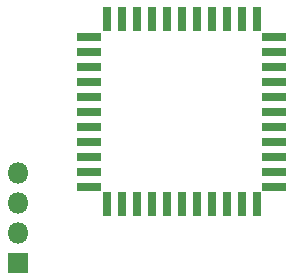
<source format=gbs>
%TF.GenerationSoftware,KiCad,Pcbnew,(5.1.6-0)*%
%TF.CreationDate,2023-01-08T10:47:54+01:00*%
%TF.ProjectId,Raddswi_CIA_Adapter,52616464-7377-4695-9f43-49415f416461,rev?*%
%TF.SameCoordinates,Original*%
%TF.FileFunction,Soldermask,Bot*%
%TF.FilePolarity,Negative*%
%FSLAX46Y46*%
G04 Gerber Fmt 4.6, Leading zero omitted, Abs format (unit mm)*
G04 Created by KiCad (PCBNEW (5.1.6-0)) date 2023-01-08 10:47:54*
%MOMM*%
%LPD*%
G01*
G04 APERTURE LIST*
%ADD10O,1.800000X1.800000*%
%ADD11R,1.800000X1.800000*%
%ADD12R,0.800000X2.025000*%
%ADD13R,2.025000X0.800000*%
G04 APERTURE END LIST*
D10*
%TO.C,J1*%
X149816820Y-104261920D03*
X149816820Y-106801920D03*
X149816820Y-109341920D03*
D11*
X149816820Y-111881920D03*
%TD*%
D12*
%TO.C,U1*%
X157345380Y-106950440D03*
X158615380Y-106950440D03*
X159885380Y-106950440D03*
X161155380Y-106950440D03*
X162425380Y-106950440D03*
X163695380Y-106950440D03*
X164965380Y-106950440D03*
X166235380Y-106950440D03*
X167505380Y-106950440D03*
X168775380Y-106950440D03*
X170045380Y-106950440D03*
D13*
X171557880Y-105437940D03*
X171557880Y-104167940D03*
X171557880Y-102897940D03*
X171557880Y-101627940D03*
X171557880Y-100357940D03*
X171557880Y-99087940D03*
X171557880Y-97817940D03*
X171557880Y-96547940D03*
X171557880Y-95277940D03*
X171557880Y-94007940D03*
X171557880Y-92737940D03*
D12*
X170045380Y-91225440D03*
X168775380Y-91225440D03*
X167505380Y-91225440D03*
X166235380Y-91225440D03*
X164965380Y-91225440D03*
X163695380Y-91225440D03*
X162425380Y-91225440D03*
X161155380Y-91225440D03*
X159885380Y-91225440D03*
X158615380Y-91225440D03*
X157345380Y-91225440D03*
D13*
X155832880Y-105437940D03*
X155832880Y-104167940D03*
X155832880Y-102897940D03*
X155832880Y-101627940D03*
X155832880Y-100357940D03*
X155832880Y-92737940D03*
X155832880Y-94007940D03*
X155832880Y-95277940D03*
X155832880Y-96547940D03*
X155832880Y-97817940D03*
X155832880Y-99087940D03*
%TD*%
M02*

</source>
